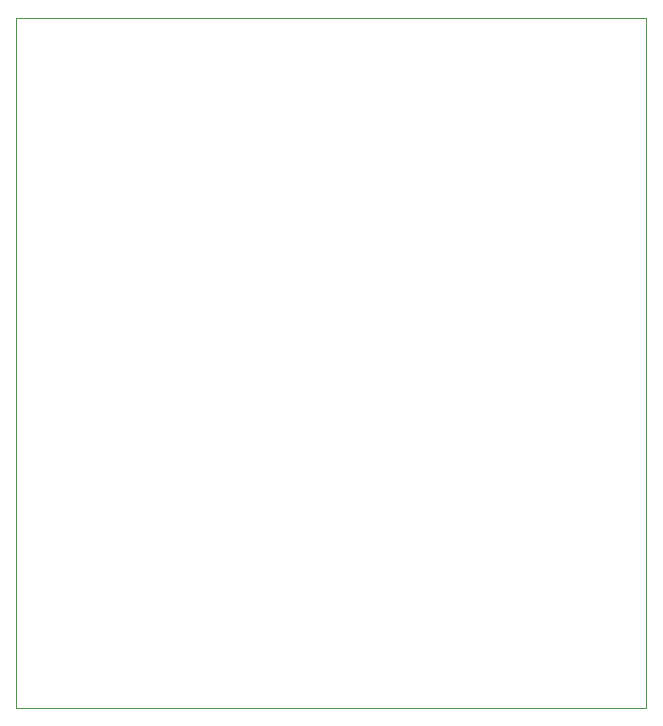
<source format=gbr>
%TF.GenerationSoftware,KiCad,Pcbnew,(6.0.10)*%
%TF.CreationDate,2023-02-16T14:30:49-08:00*%
%TF.ProjectId,Exercise 2,45786572-6369-4736-9520-322e6b696361,rev?*%
%TF.SameCoordinates,Original*%
%TF.FileFunction,Profile,NP*%
%FSLAX46Y46*%
G04 Gerber Fmt 4.6, Leading zero omitted, Abs format (unit mm)*
G04 Created by KiCad (PCBNEW (6.0.10)) date 2023-02-16 14:30:49*
%MOMM*%
%LPD*%
G01*
G04 APERTURE LIST*
%TA.AperFunction,Profile*%
%ADD10C,0.100000*%
%TD*%
G04 APERTURE END LIST*
D10*
X110490000Y-20320000D02*
X163830000Y-20320000D01*
X163830000Y-20320000D02*
X163830000Y-78740000D01*
X163830000Y-78740000D02*
X110490000Y-78740000D01*
X110490000Y-78740000D02*
X110490000Y-20320000D01*
M02*

</source>
